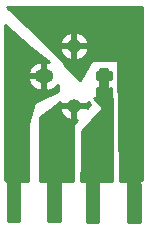
<source format=gtl>
G04 #@! TF.GenerationSoftware,KiCad,Pcbnew,5.0.0-rc2*
G04 #@! TF.CreationDate,2019-07-02T00:23:35-04:00*
G04 #@! TF.ProjectId,gassensorholder,67617373656E736F72686F6C6465722E,rev?*
G04 #@! TF.SameCoordinates,Original*
G04 #@! TF.FileFunction,Copper,L1,Top,Signal*
G04 #@! TF.FilePolarity,Positive*
%FSLAX46Y46*%
G04 Gerber Fmt 4.6, Leading zero omitted, Abs format (unit mm)*
G04 Created by KiCad (PCBNEW 5.0.0-rc2) date Tue Jul  2 00:23:35 2019*
%MOMM*%
%LPD*%
G01*
G04 APERTURE LIST*
G04 #@! TA.AperFunction,ComponentPad*
%ADD10O,1.600000X1.200000*%
G04 #@! TD*
G04 #@! TA.AperFunction,ComponentPad*
%ADD11O,1.200000X1.200000*%
G04 #@! TD*
G04 #@! TA.AperFunction,Conductor*
%ADD12C,0.254000*%
G04 #@! TD*
G04 APERTURE END LIST*
D10*
G04 #@! TO.P,P1,1*
G04 #@! TO.N,/VOut+*
X113500000Y-66000000D03*
D11*
G04 #@! TO.P,P1,2*
G04 #@! TO.N,+5V*
X116040000Y-68540000D03*
G04 #@! TO.P,P1,3*
G04 #@! TO.N,GND*
X118580000Y-66000000D03*
G04 #@! TO.P,P1,4*
G04 #@! TO.N,/VSenseOUT*
X116040000Y-63460000D03*
G04 #@! TD*
D12*
G04 #@! TO.N,+5V*
G36*
X114971269Y-68413000D02*
X115913000Y-68413000D01*
X115913000Y-68393000D01*
X116167000Y-68393000D01*
X116167000Y-68413000D01*
X117108731Y-68413000D01*
X117225581Y-68234435D01*
X117417358Y-68378268D01*
X117135201Y-68707451D01*
X117108731Y-68667000D01*
X116167000Y-68667000D01*
X116167000Y-69609714D01*
X116292172Y-69690985D01*
X115981574Y-70053349D01*
X115957285Y-70096541D01*
X115951000Y-70136000D01*
X115951000Y-74868000D01*
X115012999Y-74868000D01*
X115000000Y-74865414D01*
X114987000Y-74868000D01*
X114948496Y-74875659D01*
X114904833Y-74904833D01*
X114875659Y-74948496D01*
X114865414Y-75000000D01*
X114868001Y-75013005D01*
X114868000Y-78296800D01*
X113882000Y-78296800D01*
X113881999Y-75013005D01*
X113884586Y-75000000D01*
X113874341Y-74948496D01*
X113845167Y-74904833D01*
X113801504Y-74875659D01*
X113763000Y-74868000D01*
X113750000Y-74865414D01*
X113737001Y-74868000D01*
X113127000Y-74868000D01*
X113127000Y-74079032D01*
X113147333Y-74048601D01*
X113157000Y-74000000D01*
X113157000Y-69439356D01*
X113971445Y-68857609D01*
X114846538Y-68857609D01*
X114971503Y-69159327D01*
X115289844Y-69521080D01*
X115722389Y-69733472D01*
X115913000Y-69609714D01*
X115913000Y-68667000D01*
X114971269Y-68667000D01*
X114846538Y-68857609D01*
X113971445Y-68857609D01*
X114851065Y-68229309D01*
X114971269Y-68413000D01*
X114971269Y-68413000D01*
G37*
X114971269Y-68413000D02*
X115913000Y-68413000D01*
X115913000Y-68393000D01*
X116167000Y-68393000D01*
X116167000Y-68413000D01*
X117108731Y-68413000D01*
X117225581Y-68234435D01*
X117417358Y-68378268D01*
X117135201Y-68707451D01*
X117108731Y-68667000D01*
X116167000Y-68667000D01*
X116167000Y-69609714D01*
X116292172Y-69690985D01*
X115981574Y-70053349D01*
X115957285Y-70096541D01*
X115951000Y-70136000D01*
X115951000Y-74868000D01*
X115012999Y-74868000D01*
X115000000Y-74865414D01*
X114987000Y-74868000D01*
X114948496Y-74875659D01*
X114904833Y-74904833D01*
X114875659Y-74948496D01*
X114865414Y-75000000D01*
X114868001Y-75013005D01*
X114868000Y-78296800D01*
X113882000Y-78296800D01*
X113881999Y-75013005D01*
X113884586Y-75000000D01*
X113874341Y-74948496D01*
X113845167Y-74904833D01*
X113801504Y-74875659D01*
X113763000Y-74868000D01*
X113750000Y-74865414D01*
X113737001Y-74868000D01*
X113127000Y-74868000D01*
X113127000Y-74079032D01*
X113147333Y-74048601D01*
X113157000Y-74000000D01*
X113157000Y-69439356D01*
X113971445Y-68857609D01*
X114846538Y-68857609D01*
X114971503Y-69159327D01*
X115289844Y-69521080D01*
X115722389Y-69733472D01*
X115913000Y-69609714D01*
X115913000Y-68667000D01*
X114971269Y-68667000D01*
X114846538Y-68857609D01*
X113971445Y-68857609D01*
X114851065Y-68229309D01*
X114971269Y-68413000D01*
G04 #@! TO.N,GND*
G36*
X118880000Y-65700000D02*
X119180000Y-65700000D01*
X119180000Y-66300000D01*
X118880000Y-66300000D01*
X118880000Y-67039287D01*
X119063721Y-67136357D01*
X119180000Y-67057012D01*
X119180000Y-67873002D01*
X119253000Y-67873002D01*
X119253000Y-74868000D01*
X118262999Y-74868000D01*
X118250000Y-74865414D01*
X118237000Y-74868000D01*
X118198496Y-74875659D01*
X118154833Y-74904833D01*
X118125659Y-74948496D01*
X118115414Y-75000000D01*
X118118001Y-75013005D01*
X118118000Y-78368000D01*
X117132000Y-78368000D01*
X117131999Y-75013005D01*
X117134586Y-75000000D01*
X117124341Y-74948496D01*
X117095167Y-74904833D01*
X117051504Y-74875659D01*
X117013000Y-74868000D01*
X117000000Y-74865414D01*
X116987001Y-74868000D01*
X116627000Y-74868000D01*
X116627000Y-74118845D01*
X116634601Y-74117333D01*
X116675803Y-74089803D01*
X116703333Y-74048601D01*
X116713000Y-74000000D01*
X116713000Y-70691718D01*
X118459577Y-68695630D01*
X118484306Y-68652688D01*
X118490719Y-68603552D01*
X118477840Y-68555702D01*
X118453803Y-68522197D01*
X118199803Y-68268197D01*
X118191303Y-68260436D01*
X117726382Y-67873002D01*
X117980000Y-67873002D01*
X117980000Y-67057012D01*
X118096279Y-67136357D01*
X118280000Y-67039287D01*
X118280000Y-66300000D01*
X117980000Y-66300000D01*
X117980000Y-65700000D01*
X118280000Y-65700000D01*
X118280000Y-65400000D01*
X118880000Y-65400000D01*
X118880000Y-65700000D01*
X118880000Y-65700000D01*
G37*
X118880000Y-65700000D02*
X119180000Y-65700000D01*
X119180000Y-66300000D01*
X118880000Y-66300000D01*
X118880000Y-67039287D01*
X119063721Y-67136357D01*
X119180000Y-67057012D01*
X119180000Y-67873002D01*
X119253000Y-67873002D01*
X119253000Y-74868000D01*
X118262999Y-74868000D01*
X118250000Y-74865414D01*
X118237000Y-74868000D01*
X118198496Y-74875659D01*
X118154833Y-74904833D01*
X118125659Y-74948496D01*
X118115414Y-75000000D01*
X118118001Y-75013005D01*
X118118000Y-78368000D01*
X117132000Y-78368000D01*
X117131999Y-75013005D01*
X117134586Y-75000000D01*
X117124341Y-74948496D01*
X117095167Y-74904833D01*
X117051504Y-74875659D01*
X117013000Y-74868000D01*
X117000000Y-74865414D01*
X116987001Y-74868000D01*
X116627000Y-74868000D01*
X116627000Y-74118845D01*
X116634601Y-74117333D01*
X116675803Y-74089803D01*
X116703333Y-74048601D01*
X116713000Y-74000000D01*
X116713000Y-70691718D01*
X118459577Y-68695630D01*
X118484306Y-68652688D01*
X118490719Y-68603552D01*
X118477840Y-68555702D01*
X118453803Y-68522197D01*
X118199803Y-68268197D01*
X118191303Y-68260436D01*
X117726382Y-67873002D01*
X117980000Y-67873002D01*
X117980000Y-67057012D01*
X118096279Y-67136357D01*
X118280000Y-67039287D01*
X118280000Y-66300000D01*
X117980000Y-66300000D01*
X117980000Y-65700000D01*
X118280000Y-65700000D01*
X118280000Y-65400000D01*
X118880000Y-65400000D01*
X118880000Y-65700000D01*
G04 #@! TO.N,/VSenseOUT*
G36*
X121796801Y-61979988D02*
X121796800Y-61979993D01*
X121796801Y-74796800D01*
X121729992Y-74796800D01*
X121670716Y-74808591D01*
X121603502Y-74853502D01*
X121558591Y-74920716D01*
X121542820Y-75000000D01*
X121558591Y-75079284D01*
X121603502Y-75146498D01*
X121618000Y-75156185D01*
X121618001Y-76867000D01*
X120631999Y-76867000D01*
X120632000Y-75013000D01*
X120634586Y-75000000D01*
X120624341Y-74948496D01*
X120595167Y-74904833D01*
X120551504Y-74875659D01*
X120513000Y-74868000D01*
X120512999Y-74868000D01*
X120500000Y-74865414D01*
X120487000Y-74868000D01*
X119970735Y-74868000D01*
X119760972Y-64799355D01*
X119750295Y-64750966D01*
X119721913Y-64710346D01*
X119680146Y-64683680D01*
X119634000Y-64675000D01*
X117602000Y-64675000D01*
X117553399Y-64684667D01*
X117512197Y-64712197D01*
X117491733Y-64738990D01*
X116558229Y-66372623D01*
X115189000Y-65003394D01*
X115189000Y-64802000D01*
X115179333Y-64753399D01*
X115149952Y-64710384D01*
X114178312Y-63777609D01*
X114846538Y-63777609D01*
X114971503Y-64079327D01*
X115289844Y-64441080D01*
X115722389Y-64653472D01*
X115913000Y-64529714D01*
X115913000Y-63587000D01*
X116167000Y-63587000D01*
X116167000Y-64529714D01*
X116357611Y-64653472D01*
X116790156Y-64441080D01*
X117108497Y-64079327D01*
X117233462Y-63777609D01*
X117108731Y-63587000D01*
X116167000Y-63587000D01*
X115913000Y-63587000D01*
X114971269Y-63587000D01*
X114846538Y-63777609D01*
X114178312Y-63777609D01*
X113516627Y-63142391D01*
X114846538Y-63142391D01*
X114971269Y-63333000D01*
X115913000Y-63333000D01*
X115913000Y-62390286D01*
X116167000Y-62390286D01*
X116167000Y-63333000D01*
X117108731Y-63333000D01*
X117233462Y-63142391D01*
X117108497Y-62840673D01*
X116790156Y-62478920D01*
X116357611Y-62266528D01*
X116167000Y-62390286D01*
X115913000Y-62390286D01*
X115722389Y-62266528D01*
X115289844Y-62478920D01*
X114971503Y-62840673D01*
X114846538Y-63142391D01*
X113516627Y-63142391D01*
X110375594Y-60127000D01*
X121796800Y-60127000D01*
X121796801Y-61979988D01*
X121796801Y-61979988D01*
G37*
X121796801Y-61979988D02*
X121796800Y-61979993D01*
X121796801Y-74796800D01*
X121729992Y-74796800D01*
X121670716Y-74808591D01*
X121603502Y-74853502D01*
X121558591Y-74920716D01*
X121542820Y-75000000D01*
X121558591Y-75079284D01*
X121603502Y-75146498D01*
X121618000Y-75156185D01*
X121618001Y-76867000D01*
X120631999Y-76867000D01*
X120632000Y-75013000D01*
X120634586Y-75000000D01*
X120624341Y-74948496D01*
X120595167Y-74904833D01*
X120551504Y-74875659D01*
X120513000Y-74868000D01*
X120512999Y-74868000D01*
X120500000Y-74865414D01*
X120487000Y-74868000D01*
X119970735Y-74868000D01*
X119760972Y-64799355D01*
X119750295Y-64750966D01*
X119721913Y-64710346D01*
X119680146Y-64683680D01*
X119634000Y-64675000D01*
X117602000Y-64675000D01*
X117553399Y-64684667D01*
X117512197Y-64712197D01*
X117491733Y-64738990D01*
X116558229Y-66372623D01*
X115189000Y-65003394D01*
X115189000Y-64802000D01*
X115179333Y-64753399D01*
X115149952Y-64710384D01*
X114178312Y-63777609D01*
X114846538Y-63777609D01*
X114971503Y-64079327D01*
X115289844Y-64441080D01*
X115722389Y-64653472D01*
X115913000Y-64529714D01*
X115913000Y-63587000D01*
X116167000Y-63587000D01*
X116167000Y-64529714D01*
X116357611Y-64653472D01*
X116790156Y-64441080D01*
X117108497Y-64079327D01*
X117233462Y-63777609D01*
X117108731Y-63587000D01*
X116167000Y-63587000D01*
X115913000Y-63587000D01*
X114971269Y-63587000D01*
X114846538Y-63777609D01*
X114178312Y-63777609D01*
X113516627Y-63142391D01*
X114846538Y-63142391D01*
X114971269Y-63333000D01*
X115913000Y-63333000D01*
X115913000Y-62390286D01*
X116167000Y-62390286D01*
X116167000Y-63333000D01*
X117108731Y-63333000D01*
X117233462Y-63142391D01*
X117108497Y-62840673D01*
X116790156Y-62478920D01*
X116357611Y-62266528D01*
X116167000Y-62390286D01*
X115913000Y-62390286D01*
X115722389Y-62266528D01*
X115289844Y-62478920D01*
X114971503Y-62840673D01*
X114846538Y-63142391D01*
X113516627Y-63142391D01*
X110375594Y-60127000D01*
X121796800Y-60127000D01*
X121796801Y-61979988D01*
G04 #@! TO.N,/VOut+*
G36*
X112438824Y-63627973D02*
X112444030Y-63632248D01*
X113950975Y-64804317D01*
X113821681Y-64765090D01*
X113627000Y-64920009D01*
X113627000Y-65873000D01*
X113647000Y-65873000D01*
X113647000Y-66127000D01*
X113627000Y-66127000D01*
X113627000Y-67079991D01*
X113821681Y-67234910D01*
X114284998Y-67094343D01*
X114659255Y-66787172D01*
X114681000Y-66746486D01*
X114681000Y-67263510D01*
X112719204Y-68244408D01*
X112680057Y-68274789D01*
X112653886Y-68323110D01*
X112145886Y-70101110D01*
X112141000Y-70136000D01*
X112141000Y-74868000D01*
X111512999Y-74868000D01*
X111500000Y-74865414D01*
X111487000Y-74868000D01*
X111448496Y-74875659D01*
X111404833Y-74904833D01*
X111375659Y-74948496D01*
X111365414Y-75000000D01*
X111368001Y-75013005D01*
X111368000Y-76867000D01*
X110453200Y-76867000D01*
X110453199Y-75020013D01*
X110457180Y-75000000D01*
X110441409Y-74920716D01*
X110396498Y-74853502D01*
X110329284Y-74808591D01*
X110270008Y-74796800D01*
X110250000Y-74792820D01*
X110229993Y-74796800D01*
X110203200Y-74796800D01*
X110203200Y-66317609D01*
X112106538Y-66317609D01*
X112112526Y-66360161D01*
X112340745Y-66787172D01*
X112715002Y-67094343D01*
X113178319Y-67234910D01*
X113373000Y-67079991D01*
X113373000Y-66127000D01*
X112231269Y-66127000D01*
X112106538Y-66317609D01*
X110203200Y-66317609D01*
X110203200Y-65682391D01*
X112106538Y-65682391D01*
X112231269Y-65873000D01*
X113373000Y-65873000D01*
X113373000Y-64920009D01*
X113178319Y-64765090D01*
X112715002Y-64905657D01*
X112340745Y-65212828D01*
X112112526Y-65639839D01*
X112106538Y-65682391D01*
X110203200Y-65682391D01*
X110203199Y-62020012D01*
X110203200Y-62020007D01*
X110203200Y-61690432D01*
X112438824Y-63627973D01*
X112438824Y-63627973D01*
G37*
X112438824Y-63627973D02*
X112444030Y-63632248D01*
X113950975Y-64804317D01*
X113821681Y-64765090D01*
X113627000Y-64920009D01*
X113627000Y-65873000D01*
X113647000Y-65873000D01*
X113647000Y-66127000D01*
X113627000Y-66127000D01*
X113627000Y-67079991D01*
X113821681Y-67234910D01*
X114284998Y-67094343D01*
X114659255Y-66787172D01*
X114681000Y-66746486D01*
X114681000Y-67263510D01*
X112719204Y-68244408D01*
X112680057Y-68274789D01*
X112653886Y-68323110D01*
X112145886Y-70101110D01*
X112141000Y-70136000D01*
X112141000Y-74868000D01*
X111512999Y-74868000D01*
X111500000Y-74865414D01*
X111487000Y-74868000D01*
X111448496Y-74875659D01*
X111404833Y-74904833D01*
X111375659Y-74948496D01*
X111365414Y-75000000D01*
X111368001Y-75013005D01*
X111368000Y-76867000D01*
X110453200Y-76867000D01*
X110453199Y-75020013D01*
X110457180Y-75000000D01*
X110441409Y-74920716D01*
X110396498Y-74853502D01*
X110329284Y-74808591D01*
X110270008Y-74796800D01*
X110250000Y-74792820D01*
X110229993Y-74796800D01*
X110203200Y-74796800D01*
X110203200Y-66317609D01*
X112106538Y-66317609D01*
X112112526Y-66360161D01*
X112340745Y-66787172D01*
X112715002Y-67094343D01*
X113178319Y-67234910D01*
X113373000Y-67079991D01*
X113373000Y-66127000D01*
X112231269Y-66127000D01*
X112106538Y-66317609D01*
X110203200Y-66317609D01*
X110203200Y-65682391D01*
X112106538Y-65682391D01*
X112231269Y-65873000D01*
X113373000Y-65873000D01*
X113373000Y-64920009D01*
X113178319Y-64765090D01*
X112715002Y-64905657D01*
X112340745Y-65212828D01*
X112112526Y-65639839D01*
X112106538Y-65682391D01*
X110203200Y-65682391D01*
X110203199Y-62020012D01*
X110203200Y-62020007D01*
X110203200Y-61690432D01*
X112438824Y-63627973D01*
G36*
X111873000Y-74868000D02*
X111512999Y-74868000D01*
X111500000Y-74865414D01*
X111487000Y-74868000D01*
X111448496Y-74875659D01*
X111404833Y-74904833D01*
X111375659Y-74948496D01*
X111365414Y-75000000D01*
X111368001Y-75013005D01*
X111368000Y-78296800D01*
X110453200Y-78296800D01*
X110453199Y-77520012D01*
X110453200Y-77520007D01*
X110453199Y-75020013D01*
X110457180Y-75000000D01*
X110441409Y-74920716D01*
X110396498Y-74853502D01*
X110329284Y-74808591D01*
X110270008Y-74796800D01*
X110250000Y-74792820D01*
X110229993Y-74796800D01*
X110203200Y-74796800D01*
X110203200Y-74127000D01*
X111873000Y-74127000D01*
X111873000Y-74868000D01*
X111873000Y-74868000D01*
G37*
X111873000Y-74868000D02*
X111512999Y-74868000D01*
X111500000Y-74865414D01*
X111487000Y-74868000D01*
X111448496Y-74875659D01*
X111404833Y-74904833D01*
X111375659Y-74948496D01*
X111365414Y-75000000D01*
X111368001Y-75013005D01*
X111368000Y-78296800D01*
X110453200Y-78296800D01*
X110453199Y-77520012D01*
X110453200Y-77520007D01*
X110453199Y-75020013D01*
X110457180Y-75000000D01*
X110441409Y-74920716D01*
X110396498Y-74853502D01*
X110329284Y-74808591D01*
X110270008Y-74796800D01*
X110250000Y-74792820D01*
X110229993Y-74796800D01*
X110203200Y-74796800D01*
X110203200Y-74127000D01*
X111873000Y-74127000D01*
X111873000Y-74868000D01*
G04 #@! TO.N,/VSenseOUT*
G36*
X121796801Y-74796800D02*
X121729992Y-74796800D01*
X121670716Y-74808591D01*
X121603502Y-74853502D01*
X121558591Y-74920716D01*
X121542820Y-75000000D01*
X121558591Y-75079284D01*
X121603502Y-75146498D01*
X121618000Y-75156185D01*
X121618001Y-77486996D01*
X121618000Y-77487001D01*
X121618001Y-78368000D01*
X120631999Y-78368000D01*
X120632000Y-75013000D01*
X120634586Y-75000000D01*
X120624341Y-74948496D01*
X120595167Y-74904833D01*
X120551504Y-74875659D01*
X120513000Y-74868000D01*
X120512999Y-74868000D01*
X120500000Y-74865414D01*
X120487000Y-74868000D01*
X120127000Y-74868000D01*
X120127000Y-74127000D01*
X121796801Y-74127000D01*
X121796801Y-74796800D01*
X121796801Y-74796800D01*
G37*
X121796801Y-74796800D02*
X121729992Y-74796800D01*
X121670716Y-74808591D01*
X121603502Y-74853502D01*
X121558591Y-74920716D01*
X121542820Y-75000000D01*
X121558591Y-75079284D01*
X121603502Y-75146498D01*
X121618000Y-75156185D01*
X121618001Y-77486996D01*
X121618000Y-77487001D01*
X121618001Y-78368000D01*
X120631999Y-78368000D01*
X120632000Y-75013000D01*
X120634586Y-75000000D01*
X120624341Y-74948496D01*
X120595167Y-74904833D01*
X120551504Y-74875659D01*
X120513000Y-74868000D01*
X120512999Y-74868000D01*
X120500000Y-74865414D01*
X120487000Y-74868000D01*
X120127000Y-74868000D01*
X120127000Y-74127000D01*
X121796801Y-74127000D01*
X121796801Y-74796800D01*
G04 #@! TD*
M02*

</source>
